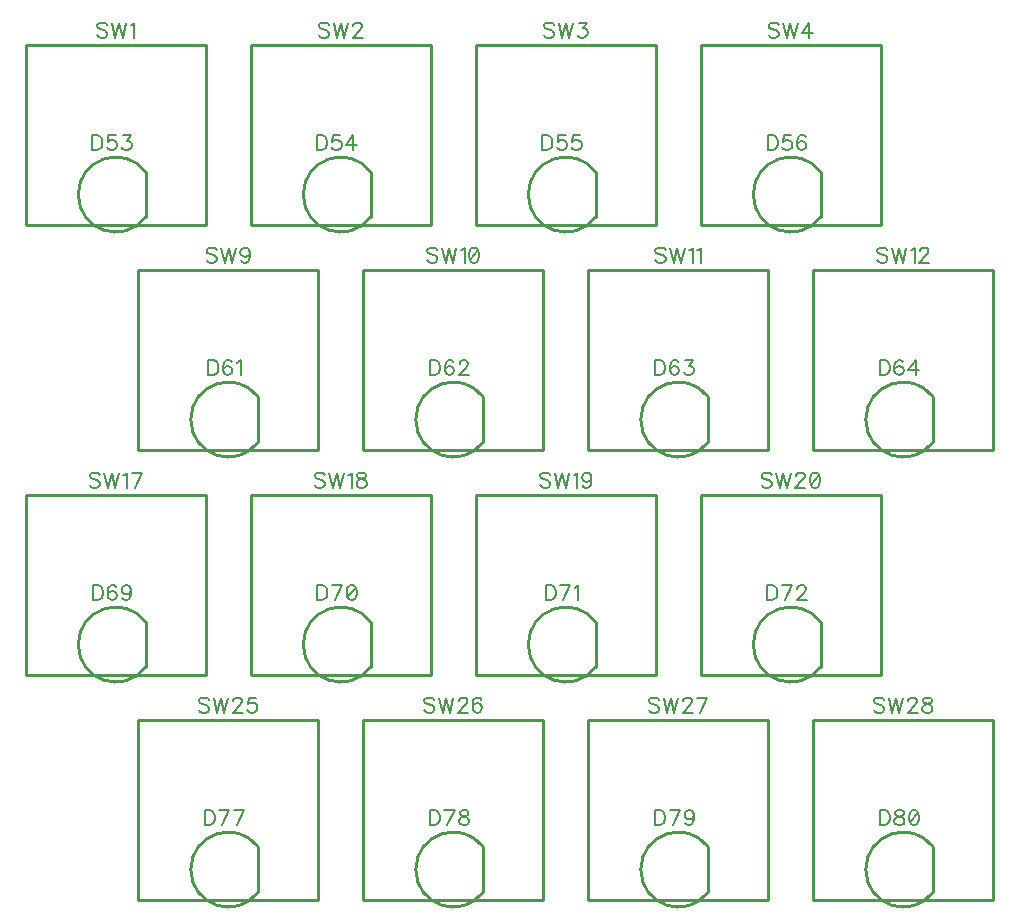
<source format=gto>
G04 DipTrace 2.2.0.9*
%INTopSilk.gbr*%
%MOIN*%
%ADD10C,0.0098*%
%ADD40C,0.0077*%
%FSLAX44Y44*%
%SFA1B1*%
%OFA0B0*%
G04*
G70*
G90*
G75*
G01*
%LNTopSilk*%
%LPD*%
X4500Y24749D2*
D10*
Y23251D1*
X4498Y24752D2*
G03X4498Y23248I-998J-752D01*
G01*
X12000Y24749D2*
Y23251D1*
X11998Y24752D2*
G03X11998Y23248I-998J-752D01*
G01*
X19500Y24749D2*
Y23251D1*
X19498Y24752D2*
G03X19498Y23248I-998J-752D01*
G01*
X27000Y24749D2*
Y23251D1*
X26998Y24752D2*
G03X26998Y23248I-998J-752D01*
G01*
X8250Y17249D2*
Y15751D1*
X8248Y17252D2*
G03X8248Y15748I-998J-752D01*
G01*
X15750Y17249D2*
Y15751D1*
X15748Y17252D2*
G03X15748Y15748I-998J-752D01*
G01*
X23250Y17249D2*
Y15751D1*
X23248Y17252D2*
G03X23248Y15748I-998J-752D01*
G01*
X30750Y17249D2*
Y15751D1*
X30748Y17252D2*
G03X30748Y15748I-998J-752D01*
G01*
X4500Y9749D2*
Y8251D1*
X4498Y9752D2*
G03X4498Y8248I-998J-752D01*
G01*
X12000Y9749D2*
Y8251D1*
X11998Y9752D2*
G03X11998Y8248I-998J-752D01*
G01*
X19500Y9749D2*
Y8251D1*
X19498Y9752D2*
G03X19498Y8248I-998J-752D01*
G01*
X27000Y9749D2*
Y8251D1*
X26998Y9752D2*
G03X26998Y8248I-998J-752D01*
G01*
X8250Y2249D2*
Y751D1*
X8248Y2252D2*
G03X8248Y748I-998J-752D01*
G01*
X15750Y2249D2*
Y751D1*
X15748Y2252D2*
G03X15748Y748I-998J-752D01*
G01*
X23250Y2249D2*
Y751D1*
X23248Y2252D2*
G03X23248Y748I-998J-752D01*
G01*
X30750Y2249D2*
Y751D1*
X30748Y2252D2*
G03X30748Y748I-998J-752D01*
G01*
X500Y29000D2*
Y23000D1*
X6500D1*
Y29000D1*
X500D1*
X8000D2*
Y23000D1*
X14000D1*
Y29000D1*
X8000D1*
X15500D2*
Y23000D1*
X21500D1*
Y29000D1*
X15500D1*
X23000D2*
Y23000D1*
X29000D1*
Y29000D1*
X23000D1*
X4250Y21500D2*
Y15500D1*
X10250D1*
Y21500D1*
X4250D1*
X11750D2*
Y15500D1*
X17750D1*
Y21500D1*
X11750D1*
X19250D2*
Y15500D1*
X25250D1*
Y21500D1*
X19250D1*
X26750D2*
Y15500D1*
X32750D1*
Y21500D1*
X26750D1*
X500Y14000D2*
Y8000D1*
X6500D1*
Y14000D1*
X500D1*
X8000D2*
Y8000D1*
X14000D1*
Y14000D1*
X8000D1*
X15500D2*
Y8000D1*
X21500D1*
Y14000D1*
X15500D1*
X23000D2*
Y8000D1*
X29000D1*
Y14000D1*
X23000D1*
X4250Y6500D2*
Y500D1*
X10250D1*
Y6500D1*
X4250D1*
X11750D2*
Y500D1*
X17750D1*
Y6500D1*
X11750D1*
X19250D2*
Y500D1*
X25250D1*
Y6500D1*
X19250D1*
X26750D2*
Y500D1*
X32750D1*
Y6500D1*
X26750D1*
X2718Y25982D2*
D40*
Y25480D1*
D2*
X2886D1*
D2*
X2957Y25504D1*
D2*
X3006Y25551D1*
D2*
X3029Y25600D1*
D2*
X3053Y25671D1*
D2*
Y25791D1*
D2*
X3029Y25863D1*
D2*
X3006Y25910D1*
D2*
X2957Y25958D1*
D2*
X2886Y25982D1*
D2*
X2718D1*
X3494Y25981D2*
X3256D1*
D2*
X3232Y25766D1*
D2*
X3256Y25790D1*
D2*
X3327Y25815D1*
D2*
X3399D1*
D2*
X3471Y25790D1*
D2*
X3519Y25743D1*
D2*
X3542Y25671D1*
D2*
Y25623D1*
D2*
X3519Y25551D1*
D2*
X3471Y25503D1*
D2*
X3399Y25480D1*
D2*
X3327D1*
D2*
X3256Y25503D1*
D2*
X3232Y25528D1*
D2*
X3207Y25575D1*
X3745Y25981D2*
X4007D1*
D2*
X3864Y25790D1*
D2*
X3936D1*
D2*
X3984Y25766D1*
D2*
X4007Y25743D1*
D2*
X4032Y25671D1*
D2*
Y25623D1*
D2*
X4007Y25551D1*
D2*
X3960Y25503D1*
D2*
X3888Y25480D1*
D2*
X3816D1*
D2*
X3745Y25503D1*
D2*
X3721Y25528D1*
D2*
X3697Y25575D1*
X10206Y25982D2*
Y25480D1*
D2*
X10374D1*
D2*
X10446Y25504D1*
D2*
X10494Y25551D1*
D2*
X10517Y25600D1*
D2*
X10541Y25671D1*
D2*
Y25791D1*
D2*
X10517Y25863D1*
D2*
X10494Y25910D1*
D2*
X10446Y25958D1*
D2*
X10374Y25982D1*
D2*
X10206D1*
X10982Y25981D2*
X10744D1*
D2*
X10720Y25766D1*
D2*
X10744Y25790D1*
D2*
X10816Y25815D1*
D2*
X10887D1*
D2*
X10959Y25790D1*
D2*
X11007Y25743D1*
D2*
X11031Y25671D1*
D2*
Y25623D1*
D2*
X11007Y25551D1*
D2*
X10959Y25503D1*
D2*
X10887Y25480D1*
D2*
X10816D1*
D2*
X10744Y25503D1*
D2*
X10720Y25528D1*
D2*
X10696Y25575D1*
X11424Y25480D2*
Y25981D1*
D2*
X11185Y25647D1*
D2*
X11544D1*
X17718Y25982D2*
Y25480D1*
D2*
X17886D1*
D2*
X17957Y25504D1*
D2*
X18006Y25551D1*
D2*
X18029Y25600D1*
D2*
X18053Y25671D1*
D2*
Y25791D1*
D2*
X18029Y25863D1*
D2*
X18006Y25910D1*
D2*
X17957Y25958D1*
D2*
X17886Y25982D1*
D2*
X17718D1*
X18494Y25981D2*
X18256D1*
D2*
X18232Y25766D1*
D2*
X18256Y25790D1*
D2*
X18327Y25815D1*
D2*
X18399D1*
D2*
X18471Y25790D1*
D2*
X18519Y25743D1*
D2*
X18542Y25671D1*
D2*
Y25623D1*
D2*
X18519Y25551D1*
D2*
X18471Y25503D1*
D2*
X18399Y25480D1*
D2*
X18327D1*
D2*
X18256Y25503D1*
D2*
X18232Y25528D1*
D2*
X18207Y25575D1*
X18984Y25981D2*
X18745D1*
D2*
X18721Y25766D1*
D2*
X18745Y25790D1*
D2*
X18817Y25815D1*
D2*
X18888D1*
D2*
X18960Y25790D1*
D2*
X19008Y25743D1*
D2*
X19032Y25671D1*
D2*
Y25623D1*
D2*
X19008Y25551D1*
D2*
X18960Y25503D1*
D2*
X18888Y25480D1*
D2*
X18817D1*
D2*
X18745Y25503D1*
D2*
X18721Y25528D1*
D2*
X18697Y25575D1*
X25230Y25982D2*
Y25480D1*
D2*
X25398D1*
D2*
X25470Y25504D1*
D2*
X25518Y25551D1*
D2*
X25541Y25600D1*
D2*
X25565Y25671D1*
D2*
Y25791D1*
D2*
X25541Y25863D1*
D2*
X25518Y25910D1*
D2*
X25470Y25958D1*
D2*
X25398Y25982D1*
D2*
X25230D1*
X26006Y25981D2*
X25768D1*
D2*
X25744Y25766D1*
D2*
X25768Y25790D1*
D2*
X25840Y25815D1*
D2*
X25911D1*
D2*
X25983Y25790D1*
D2*
X26031Y25743D1*
D2*
X26055Y25671D1*
D2*
Y25623D1*
D2*
X26031Y25551D1*
D2*
X25983Y25503D1*
D2*
X25911Y25480D1*
D2*
X25840D1*
D2*
X25768Y25503D1*
D2*
X25744Y25528D1*
D2*
X25720Y25575D1*
X26496Y25910D2*
X26472Y25958D1*
D2*
X26400Y25981D1*
D2*
X26353D1*
D2*
X26281Y25958D1*
D2*
X26233Y25886D1*
D2*
X26209Y25766D1*
D2*
Y25647D1*
D2*
X26233Y25551D1*
D2*
X26281Y25503D1*
D2*
X26353Y25480D1*
D2*
X26376D1*
D2*
X26448Y25503D1*
D2*
X26496Y25551D1*
D2*
X26520Y25623D1*
D2*
Y25647D1*
D2*
X26496Y25719D1*
D2*
X26448Y25766D1*
D2*
X26376Y25790D1*
D2*
X26353D1*
D2*
X26281Y25766D1*
D2*
X26233Y25719D1*
D2*
X26209Y25647D1*
X6588Y18482D2*
Y17980D1*
D2*
X6755D1*
D2*
X6827Y18004D1*
D2*
X6875Y18051D1*
D2*
X6899Y18100D1*
D2*
X6923Y18171D1*
D2*
Y18291D1*
D2*
X6899Y18363D1*
D2*
X6875Y18410D1*
D2*
X6827Y18458D1*
D2*
X6755Y18482D1*
D2*
X6588D1*
X7364Y18410D2*
X7340Y18458D1*
D2*
X7268Y18481D1*
D2*
X7221D1*
D2*
X7149Y18458D1*
D2*
X7101Y18386D1*
D2*
X7077Y18266D1*
D2*
Y18147D1*
D2*
X7101Y18051D1*
D2*
X7149Y18003D1*
D2*
X7221Y17980D1*
D2*
X7245D1*
D2*
X7316Y18003D1*
D2*
X7364Y18051D1*
D2*
X7388Y18123D1*
D2*
Y18147D1*
D2*
X7364Y18219D1*
D2*
X7316Y18266D1*
D2*
X7245Y18290D1*
D2*
X7221D1*
D2*
X7149Y18266D1*
D2*
X7101Y18219D1*
D2*
X7077Y18147D1*
X7542Y18386D2*
X7590Y18410D1*
D2*
X7662Y18481D1*
D2*
Y17980D1*
X13980Y18482D2*
Y17980D1*
D2*
X14148D1*
D2*
X14220Y18004D1*
D2*
X14268Y18051D1*
D2*
X14291Y18100D1*
D2*
X14315Y18171D1*
D2*
Y18291D1*
D2*
X14291Y18363D1*
D2*
X14268Y18410D1*
D2*
X14220Y18458D1*
D2*
X14148Y18482D1*
D2*
X13980D1*
X14756Y18410D2*
X14733Y18458D1*
D2*
X14661Y18481D1*
D2*
X14613D1*
D2*
X14541Y18458D1*
D2*
X14493Y18386D1*
D2*
X14470Y18266D1*
D2*
Y18147D1*
D2*
X14493Y18051D1*
D2*
X14541Y18003D1*
D2*
X14613Y17980D1*
D2*
X14637D1*
D2*
X14708Y18003D1*
D2*
X14756Y18051D1*
D2*
X14780Y18123D1*
D2*
Y18147D1*
D2*
X14756Y18219D1*
D2*
X14708Y18266D1*
D2*
X14637Y18290D1*
D2*
X14613D1*
D2*
X14541Y18266D1*
D2*
X14493Y18219D1*
D2*
X14470Y18147D1*
X14959Y18362D2*
Y18386D1*
D2*
X14983Y18434D1*
D2*
X15006Y18458D1*
D2*
X15055Y18481D1*
D2*
X15150D1*
D2*
X15198Y18458D1*
D2*
X15221Y18434D1*
D2*
X15246Y18386D1*
D2*
Y18338D1*
D2*
X15221Y18290D1*
D2*
X15174Y18219D1*
D2*
X14935Y17980D1*
D2*
X15270D1*
X21480Y18482D2*
Y17980D1*
D2*
X21648D1*
D2*
X21720Y18004D1*
D2*
X21768Y18051D1*
D2*
X21791Y18100D1*
D2*
X21815Y18171D1*
D2*
Y18291D1*
D2*
X21791Y18363D1*
D2*
X21768Y18410D1*
D2*
X21720Y18458D1*
D2*
X21648Y18482D1*
D2*
X21480D1*
X22256Y18410D2*
X22233Y18458D1*
D2*
X22161Y18481D1*
D2*
X22113D1*
D2*
X22041Y18458D1*
D2*
X21993Y18386D1*
D2*
X21970Y18266D1*
D2*
Y18147D1*
D2*
X21993Y18051D1*
D2*
X22041Y18003D1*
D2*
X22113Y17980D1*
D2*
X22137D1*
D2*
X22208Y18003D1*
D2*
X22256Y18051D1*
D2*
X22280Y18123D1*
D2*
Y18147D1*
D2*
X22256Y18219D1*
D2*
X22208Y18266D1*
D2*
X22137Y18290D1*
D2*
X22113D1*
D2*
X22041Y18266D1*
D2*
X21993Y18219D1*
D2*
X21970Y18147D1*
X22483Y18481D2*
X22745D1*
D2*
X22602Y18290D1*
D2*
X22674D1*
D2*
X22721Y18266D1*
D2*
X22745Y18243D1*
D2*
X22770Y18171D1*
D2*
Y18123D1*
D2*
X22745Y18051D1*
D2*
X22698Y18003D1*
D2*
X22626Y17980D1*
D2*
X22554D1*
D2*
X22483Y18003D1*
D2*
X22459Y18028D1*
D2*
X22435Y18075D1*
X28968Y18482D2*
Y17980D1*
D2*
X29136D1*
D2*
X29208Y18004D1*
D2*
X29256Y18051D1*
D2*
X29280Y18100D1*
D2*
X29303Y18171D1*
D2*
Y18291D1*
D2*
X29280Y18363D1*
D2*
X29256Y18410D1*
D2*
X29208Y18458D1*
D2*
X29136Y18482D1*
D2*
X28968D1*
X29745Y18410D2*
X29721Y18458D1*
D2*
X29649Y18481D1*
D2*
X29601D1*
D2*
X29530Y18458D1*
D2*
X29482Y18386D1*
D2*
X29458Y18266D1*
D2*
Y18147D1*
D2*
X29482Y18051D1*
D2*
X29530Y18003D1*
D2*
X29601Y17980D1*
D2*
X29625D1*
D2*
X29697Y18003D1*
D2*
X29745Y18051D1*
D2*
X29768Y18123D1*
D2*
Y18147D1*
D2*
X29745Y18219D1*
D2*
X29697Y18266D1*
D2*
X29625Y18290D1*
D2*
X29601D1*
D2*
X29530Y18266D1*
D2*
X29482Y18219D1*
D2*
X29458Y18147D1*
X30162Y17980D2*
Y18481D1*
D2*
X29923Y18147D1*
D2*
X30281D1*
X2742Y10982D2*
Y10480D1*
D2*
X2910D1*
D2*
X2982Y10504D1*
D2*
X3030Y10551D1*
D2*
X3053Y10600D1*
D2*
X3077Y10671D1*
D2*
Y10791D1*
D2*
X3053Y10863D1*
D2*
X3030Y10910D1*
D2*
X2982Y10958D1*
D2*
X2910Y10982D1*
D2*
X2742D1*
X3518Y10910D2*
X3495Y10958D1*
D2*
X3423Y10981D1*
D2*
X3375D1*
D2*
X3303Y10958D1*
D2*
X3255Y10886D1*
D2*
X3232Y10766D1*
D2*
Y10647D1*
D2*
X3255Y10551D1*
D2*
X3303Y10503D1*
D2*
X3375Y10480D1*
D2*
X3399D1*
D2*
X3470Y10503D1*
D2*
X3518Y10551D1*
D2*
X3542Y10623D1*
D2*
Y10647D1*
D2*
X3518Y10719D1*
D2*
X3470Y10766D1*
D2*
X3399Y10790D1*
D2*
X3375D1*
D2*
X3303Y10766D1*
D2*
X3255Y10719D1*
D2*
X3232Y10647D1*
X4008Y10815D2*
X3983Y10743D1*
D2*
X3936Y10695D1*
D2*
X3864Y10671D1*
D2*
X3840D1*
D2*
X3768Y10695D1*
D2*
X3721Y10743D1*
D2*
X3697Y10815D1*
D2*
Y10838D1*
D2*
X3721Y10910D1*
D2*
X3768Y10958D1*
D2*
X3840Y10981D1*
D2*
X3864D1*
D2*
X3936Y10958D1*
D2*
X3983Y10910D1*
D2*
X4008Y10815D1*
D2*
Y10695D1*
D2*
X3983Y10575D1*
D2*
X3936Y10503D1*
D2*
X3864Y10480D1*
D2*
X3816D1*
D2*
X3745Y10503D1*
D2*
X3721Y10551D1*
X10218Y10982D2*
Y10480D1*
D2*
X10386D1*
D2*
X10457Y10504D1*
D2*
X10506Y10551D1*
D2*
X10529Y10600D1*
D2*
X10553Y10671D1*
D2*
Y10791D1*
D2*
X10529Y10863D1*
D2*
X10506Y10910D1*
D2*
X10457Y10958D1*
D2*
X10386Y10982D1*
D2*
X10218D1*
X10803Y10480D2*
X11042Y10981D1*
D2*
X10707D1*
X11340D2*
X11269Y10958D1*
D2*
X11221Y10886D1*
D2*
X11197Y10766D1*
D2*
Y10695D1*
D2*
X11221Y10575D1*
D2*
X11269Y10503D1*
D2*
X11340Y10480D1*
D2*
X11388D1*
D2*
X11460Y10503D1*
D2*
X11507Y10575D1*
D2*
X11532Y10695D1*
D2*
Y10766D1*
D2*
X11507Y10886D1*
D2*
X11460Y10958D1*
D2*
X11388Y10981D1*
D2*
X11340D1*
X11507Y10886D2*
X11221Y10575D1*
X17826Y10982D2*
Y10480D1*
D2*
X17993D1*
D2*
X18065Y10504D1*
D2*
X18113Y10551D1*
D2*
X18137Y10600D1*
D2*
X18161Y10671D1*
D2*
Y10791D1*
D2*
X18137Y10863D1*
D2*
X18113Y10910D1*
D2*
X18065Y10958D1*
D2*
X17993Y10982D1*
D2*
X17826D1*
X18411Y10480D2*
X18650Y10981D1*
D2*
X18315D1*
X18804Y10886D2*
X18852Y10910D1*
D2*
X18924Y10981D1*
D2*
Y10480D1*
X25218Y10982D2*
Y10480D1*
D2*
X25386D1*
D2*
X25457Y10504D1*
D2*
X25506Y10551D1*
D2*
X25529Y10600D1*
D2*
X25553Y10671D1*
D2*
Y10791D1*
D2*
X25529Y10863D1*
D2*
X25506Y10910D1*
D2*
X25457Y10958D1*
D2*
X25386Y10982D1*
D2*
X25218D1*
X25803Y10480D2*
X26042Y10981D1*
D2*
X25707D1*
X26221Y10862D2*
Y10886D1*
D2*
X26245Y10934D1*
D2*
X26269Y10958D1*
D2*
X26317Y10981D1*
D2*
X26412D1*
D2*
X26460Y10958D1*
D2*
X26484Y10934D1*
D2*
X26508Y10886D1*
D2*
Y10838D1*
D2*
X26484Y10790D1*
D2*
X26436Y10719D1*
D2*
X26197Y10480D1*
D2*
X26532D1*
X6468Y3482D2*
Y2980D1*
D2*
X6636D1*
D2*
X6707Y3004D1*
D2*
X6756Y3051D1*
D2*
X6779Y3100D1*
D2*
X6803Y3171D1*
D2*
Y3291D1*
D2*
X6779Y3363D1*
D2*
X6756Y3410D1*
D2*
X6707Y3458D1*
D2*
X6636Y3482D1*
D2*
X6468D1*
X7053Y2980D2*
X7292Y3481D1*
D2*
X6957D1*
X7542Y2980D2*
X7782Y3481D1*
D2*
X7447D1*
X13968Y3482D2*
Y2980D1*
D2*
X14136D1*
D2*
X14208Y3004D1*
D2*
X14256Y3051D1*
D2*
X14280Y3100D1*
D2*
X14303Y3171D1*
D2*
Y3291D1*
D2*
X14280Y3363D1*
D2*
X14256Y3410D1*
D2*
X14208Y3458D1*
D2*
X14136Y3482D1*
D2*
X13968D1*
X14553Y2980D2*
X14793Y3481D1*
D2*
X14458D1*
X15066D2*
X14995Y3458D1*
D2*
X14971Y3410D1*
D2*
Y3362D1*
D2*
X14995Y3315D1*
D2*
X15043Y3290D1*
D2*
X15138Y3266D1*
D2*
X15210Y3243D1*
D2*
X15258Y3195D1*
D2*
X15281Y3147D1*
D2*
Y3075D1*
D2*
X15258Y3028D1*
D2*
X15234Y3003D1*
D2*
X15162Y2980D1*
D2*
X15066D1*
D2*
X14995Y3003D1*
D2*
X14971Y3028D1*
D2*
X14947Y3075D1*
D2*
Y3147D1*
D2*
X14971Y3195D1*
D2*
X15019Y3243D1*
D2*
X15090Y3266D1*
D2*
X15186Y3290D1*
D2*
X15234Y3315D1*
D2*
X15258Y3362D1*
D2*
Y3410D1*
D2*
X15234Y3458D1*
D2*
X15162Y3481D1*
D2*
X15066D1*
X21480Y3482D2*
Y2980D1*
D2*
X21647D1*
D2*
X21719Y3004D1*
D2*
X21767Y3051D1*
D2*
X21791Y3100D1*
D2*
X21815Y3171D1*
D2*
Y3291D1*
D2*
X21791Y3363D1*
D2*
X21767Y3410D1*
D2*
X21719Y3458D1*
D2*
X21647Y3482D1*
D2*
X21480D1*
X22065Y2980D2*
X22304Y3481D1*
D2*
X21969D1*
X22770Y3315D2*
X22746Y3243D1*
D2*
X22698Y3195D1*
D2*
X22626Y3171D1*
D2*
X22602D1*
D2*
X22531Y3195D1*
D2*
X22483Y3243D1*
D2*
X22459Y3315D1*
D2*
Y3338D1*
D2*
X22483Y3410D1*
D2*
X22531Y3458D1*
D2*
X22602Y3481D1*
D2*
X22626D1*
D2*
X22698Y3458D1*
D2*
X22746Y3410D1*
D2*
X22770Y3315D1*
D2*
Y3195D1*
D2*
X22746Y3075D1*
D2*
X22698Y3003D1*
D2*
X22626Y2980D1*
D2*
X22579D1*
D2*
X22507Y3003D1*
D2*
X22483Y3051D1*
X28968Y3482D2*
Y2980D1*
D2*
X29136D1*
D2*
X29208Y3004D1*
D2*
X29256Y3051D1*
D2*
X29280Y3100D1*
D2*
X29303Y3171D1*
D2*
Y3291D1*
D2*
X29280Y3363D1*
D2*
X29256Y3410D1*
D2*
X29208Y3458D1*
D2*
X29136Y3482D1*
D2*
X28968D1*
X29577Y3481D2*
X29506Y3458D1*
D2*
X29482Y3410D1*
D2*
Y3362D1*
D2*
X29506Y3315D1*
D2*
X29553Y3290D1*
D2*
X29649Y3266D1*
D2*
X29721Y3243D1*
D2*
X29768Y3195D1*
D2*
X29792Y3147D1*
D2*
Y3075D1*
D2*
X29768Y3028D1*
D2*
X29745Y3003D1*
D2*
X29673Y2980D1*
D2*
X29577D1*
D2*
X29506Y3003D1*
D2*
X29482Y3028D1*
D2*
X29458Y3075D1*
D2*
Y3147D1*
D2*
X29482Y3195D1*
D2*
X29530Y3243D1*
D2*
X29601Y3266D1*
D2*
X29697Y3290D1*
D2*
X29745Y3315D1*
D2*
X29768Y3362D1*
D2*
Y3410D1*
D2*
X29745Y3458D1*
D2*
X29673Y3481D1*
D2*
X29577D1*
X30090D2*
X30018Y3458D1*
D2*
X29970Y3386D1*
D2*
X29947Y3266D1*
D2*
Y3195D1*
D2*
X29970Y3075D1*
D2*
X30018Y3003D1*
D2*
X30090Y2980D1*
D2*
X30138D1*
D2*
X30210Y3003D1*
D2*
X30257Y3075D1*
D2*
X30281Y3195D1*
D2*
Y3266D1*
D2*
X30257Y3386D1*
D2*
X30210Y3458D1*
D2*
X30138Y3481D1*
D2*
X30090D1*
X30257Y3386D2*
X29970Y3075D1*
X3214Y29660D2*
X3166Y29708D1*
D2*
X3094Y29732D1*
D2*
X2999D1*
D2*
X2927Y29708D1*
D2*
X2879Y29660D1*
D2*
Y29613D1*
D2*
X2903Y29565D1*
D2*
X2927Y29541D1*
D2*
X2974Y29517D1*
D2*
X3118Y29469D1*
D2*
X3166Y29445D1*
D2*
X3190Y29421D1*
D2*
X3214Y29374D1*
D2*
Y29302D1*
D2*
X3166Y29254D1*
D2*
X3094Y29230D1*
D2*
X2999D1*
D2*
X2927Y29254D1*
D2*
X2879Y29302D1*
X3368Y29732D2*
X3488Y29230D1*
D2*
X3607Y29732D1*
D2*
X3727Y29230D1*
D2*
X3847Y29732D1*
X4001Y29636D2*
X4049Y29660D1*
D2*
X4121Y29732D1*
D2*
Y29230D1*
X10606Y29660D2*
X10559Y29708D1*
D2*
X10487Y29732D1*
D2*
X10391D1*
D2*
X10319Y29708D1*
D2*
X10271Y29660D1*
D2*
Y29613D1*
D2*
X10296Y29565D1*
D2*
X10319Y29541D1*
D2*
X10367Y29517D1*
D2*
X10511Y29469D1*
D2*
X10559Y29445D1*
D2*
X10583Y29421D1*
D2*
X10606Y29374D1*
D2*
Y29302D1*
D2*
X10559Y29254D1*
D2*
X10487Y29230D1*
D2*
X10391D1*
D2*
X10319Y29254D1*
D2*
X10271Y29302D1*
X10761Y29732D2*
X10881Y29230D1*
D2*
X11000Y29732D1*
D2*
X11119Y29230D1*
D2*
X11239Y29732D1*
X11418Y29612D2*
Y29636D1*
D2*
X11442Y29684D1*
D2*
X11466Y29708D1*
D2*
X11514Y29732D1*
D2*
X11609D1*
D2*
X11657Y29708D1*
D2*
X11681Y29684D1*
D2*
X11705Y29636D1*
D2*
Y29589D1*
D2*
X11681Y29540D1*
D2*
X11633Y29469D1*
D2*
X11394Y29230D1*
D2*
X11729D1*
X18106Y29660D2*
X18059Y29708D1*
D2*
X17987Y29732D1*
D2*
X17891D1*
D2*
X17819Y29708D1*
D2*
X17771Y29660D1*
D2*
Y29613D1*
D2*
X17796Y29565D1*
D2*
X17819Y29541D1*
D2*
X17867Y29517D1*
D2*
X18011Y29469D1*
D2*
X18059Y29445D1*
D2*
X18083Y29421D1*
D2*
X18106Y29374D1*
D2*
Y29302D1*
D2*
X18059Y29254D1*
D2*
X17987Y29230D1*
D2*
X17891D1*
D2*
X17819Y29254D1*
D2*
X17771Y29302D1*
X18261Y29732D2*
X18381Y29230D1*
D2*
X18500Y29732D1*
D2*
X18619Y29230D1*
D2*
X18739Y29732D1*
X18942D2*
X19204D1*
D2*
X19061Y29540D1*
D2*
X19133D1*
D2*
X19181Y29517D1*
D2*
X19204Y29493D1*
D2*
X19229Y29421D1*
D2*
Y29374D1*
D2*
X19204Y29302D1*
D2*
X19157Y29254D1*
D2*
X19085Y29230D1*
D2*
X19013D1*
D2*
X18942Y29254D1*
D2*
X18918Y29278D1*
D2*
X18894Y29325D1*
X25594Y29660D2*
X25547Y29708D1*
D2*
X25475Y29732D1*
D2*
X25379D1*
D2*
X25308Y29708D1*
D2*
X25259Y29660D1*
D2*
Y29613D1*
D2*
X25284Y29565D1*
D2*
X25308Y29541D1*
D2*
X25355Y29517D1*
D2*
X25499Y29469D1*
D2*
X25547Y29445D1*
D2*
X25571Y29421D1*
D2*
X25594Y29374D1*
D2*
Y29302D1*
D2*
X25547Y29254D1*
D2*
X25475Y29230D1*
D2*
X25379D1*
D2*
X25308Y29254D1*
D2*
X25259Y29302D1*
X25749Y29732D2*
X25869Y29230D1*
D2*
X25988Y29732D1*
D2*
X26107Y29230D1*
D2*
X26227Y29732D1*
X26621Y29230D2*
Y29732D1*
D2*
X26382Y29397D1*
D2*
X26741D1*
X6868Y22160D2*
X6821Y22208D1*
D2*
X6749Y22232D1*
D2*
X6653D1*
D2*
X6581Y22208D1*
D2*
X6533Y22160D1*
D2*
Y22113D1*
D2*
X6558Y22065D1*
D2*
X6581Y22041D1*
D2*
X6629Y22017D1*
D2*
X6773Y21969D1*
D2*
X6821Y21945D1*
D2*
X6844Y21921D1*
D2*
X6868Y21874D1*
D2*
Y21802D1*
D2*
X6821Y21754D1*
D2*
X6749Y21730D1*
D2*
X6653D1*
D2*
X6581Y21754D1*
D2*
X6533Y21802D1*
X7023Y22232D2*
X7143Y21730D1*
D2*
X7262Y22232D1*
D2*
X7381Y21730D1*
D2*
X7501Y22232D1*
X7967Y22065D2*
X7942Y21993D1*
D2*
X7895Y21945D1*
D2*
X7823Y21921D1*
D2*
X7799D1*
D2*
X7727Y21945D1*
D2*
X7680Y21993D1*
D2*
X7656Y22065D1*
D2*
Y22089D1*
D2*
X7680Y22160D1*
D2*
X7727Y22208D1*
D2*
X7799Y22232D1*
D2*
X7823D1*
D2*
X7895Y22208D1*
D2*
X7942Y22160D1*
D2*
X7967Y22065D1*
D2*
Y21945D1*
D2*
X7942Y21825D1*
D2*
X7895Y21754D1*
D2*
X7823Y21730D1*
D2*
X7776D1*
D2*
X7704Y21754D1*
D2*
X7680Y21802D1*
X14219Y22160D2*
X14172Y22208D1*
D2*
X14100Y22232D1*
D2*
X14004D1*
D2*
X13932Y22208D1*
D2*
X13884Y22160D1*
D2*
Y22113D1*
D2*
X13909Y22065D1*
D2*
X13932Y22041D1*
D2*
X13980Y22017D1*
D2*
X14124Y21969D1*
D2*
X14172Y21945D1*
D2*
X14195Y21921D1*
D2*
X14219Y21874D1*
D2*
Y21802D1*
D2*
X14172Y21754D1*
D2*
X14100Y21730D1*
D2*
X14004D1*
D2*
X13932Y21754D1*
D2*
X13884Y21802D1*
X14374Y22232D2*
X14493Y21730D1*
D2*
X14613Y22232D1*
D2*
X14732Y21730D1*
D2*
X14852Y22232D1*
X15007Y22136D2*
X15055Y22160D1*
D2*
X15126Y22232D1*
D2*
Y21730D1*
X15425Y22232D2*
X15353Y22208D1*
D2*
X15305Y22136D1*
D2*
X15281Y22017D1*
D2*
Y21945D1*
D2*
X15305Y21825D1*
D2*
X15353Y21754D1*
D2*
X15425Y21730D1*
D2*
X15472D1*
D2*
X15544Y21754D1*
D2*
X15591Y21825D1*
D2*
X15616Y21945D1*
D2*
Y22017D1*
D2*
X15591Y22136D1*
D2*
X15544Y22208D1*
D2*
X15472Y22232D1*
D2*
X15425D1*
X15591Y22136D2*
X15305Y21825D1*
X21827Y22160D2*
X21779Y22208D1*
D2*
X21707Y22232D1*
D2*
X21612D1*
D2*
X21540Y22208D1*
D2*
X21492Y22160D1*
D2*
Y22113D1*
D2*
X21516Y22065D1*
D2*
X21540Y22041D1*
D2*
X21587Y22017D1*
D2*
X21731Y21969D1*
D2*
X21779Y21945D1*
D2*
X21803Y21921D1*
D2*
X21827Y21874D1*
D2*
Y21802D1*
D2*
X21779Y21754D1*
D2*
X21707Y21730D1*
D2*
X21612D1*
D2*
X21540Y21754D1*
D2*
X21492Y21802D1*
X21981Y22232D2*
X22101Y21730D1*
D2*
X22220Y22232D1*
D2*
X22340Y21730D1*
D2*
X22460Y22232D1*
X22614Y22136D2*
X22662Y22160D1*
D2*
X22734Y22232D1*
D2*
Y21730D1*
X22888Y22136D2*
X22936Y22160D1*
D2*
X23008Y22232D1*
D2*
Y21730D1*
X29219Y22160D2*
X29172Y22208D1*
D2*
X29100Y22232D1*
D2*
X29004D1*
D2*
X28932Y22208D1*
D2*
X28884Y22160D1*
D2*
Y22113D1*
D2*
X28909Y22065D1*
D2*
X28932Y22041D1*
D2*
X28980Y22017D1*
D2*
X29124Y21969D1*
D2*
X29172Y21945D1*
D2*
X29195Y21921D1*
D2*
X29219Y21874D1*
D2*
Y21802D1*
D2*
X29172Y21754D1*
D2*
X29100Y21730D1*
D2*
X29004D1*
D2*
X28932Y21754D1*
D2*
X28884Y21802D1*
X29374Y22232D2*
X29493Y21730D1*
D2*
X29613Y22232D1*
D2*
X29732Y21730D1*
D2*
X29852Y22232D1*
X30007Y22136D2*
X30055Y22160D1*
D2*
X30126Y22232D1*
D2*
Y21730D1*
X30305Y22112D2*
Y22136D1*
D2*
X30329Y22184D1*
D2*
X30353Y22208D1*
D2*
X30401Y22232D1*
D2*
X30496D1*
D2*
X30544Y22208D1*
D2*
X30568Y22184D1*
D2*
X30592Y22136D1*
D2*
Y22089D1*
D2*
X30568Y22040D1*
D2*
X30520Y21969D1*
D2*
X30281Y21730D1*
D2*
X30616D1*
X2969Y14660D2*
X2922Y14708D1*
D2*
X2850Y14732D1*
D2*
X2754D1*
D2*
X2682Y14708D1*
D2*
X2634Y14660D1*
D2*
Y14613D1*
D2*
X2659Y14565D1*
D2*
X2682Y14541D1*
D2*
X2730Y14517D1*
D2*
X2874Y14469D1*
D2*
X2922Y14445D1*
D2*
X2945Y14421D1*
D2*
X2969Y14374D1*
D2*
Y14302D1*
D2*
X2922Y14254D1*
D2*
X2850Y14230D1*
D2*
X2754D1*
D2*
X2682Y14254D1*
D2*
X2634Y14302D1*
X3124Y14732D2*
X3243Y14230D1*
D2*
X3363Y14732D1*
D2*
X3482Y14230D1*
D2*
X3602Y14732D1*
X3757Y14636D2*
X3805Y14660D1*
D2*
X3876Y14732D1*
D2*
Y14230D1*
X4126D2*
X4366Y14732D1*
D2*
X4031D1*
X10469Y14660D2*
X10422Y14708D1*
D2*
X10350Y14732D1*
D2*
X10254D1*
D2*
X10183Y14708D1*
D2*
X10134Y14660D1*
D2*
Y14613D1*
D2*
X10159Y14565D1*
D2*
X10183Y14541D1*
D2*
X10230Y14517D1*
D2*
X10374Y14469D1*
D2*
X10422Y14445D1*
D2*
X10446Y14421D1*
D2*
X10469Y14374D1*
D2*
Y14302D1*
D2*
X10422Y14254D1*
D2*
X10350Y14230D1*
D2*
X10254D1*
D2*
X10183Y14254D1*
D2*
X10134Y14302D1*
X10624Y14732D2*
X10744Y14230D1*
D2*
X10863Y14732D1*
D2*
X10982Y14230D1*
D2*
X11102Y14732D1*
X11257Y14636D2*
X11305Y14660D1*
D2*
X11377Y14732D1*
D2*
Y14230D1*
X11651Y14732D2*
X11579Y14708D1*
D2*
X11555Y14660D1*
D2*
Y14612D1*
D2*
X11579Y14565D1*
D2*
X11627Y14540D1*
D2*
X11722Y14517D1*
D2*
X11794Y14493D1*
D2*
X11842Y14445D1*
D2*
X11866Y14397D1*
D2*
Y14325D1*
D2*
X11842Y14278D1*
D2*
X11818Y14254D1*
D2*
X11746Y14230D1*
D2*
X11651D1*
D2*
X11579Y14254D1*
D2*
X11555Y14278D1*
D2*
X11531Y14325D1*
D2*
Y14397D1*
D2*
X11555Y14445D1*
D2*
X11603Y14493D1*
D2*
X11674Y14517D1*
D2*
X11770Y14540D1*
D2*
X11818Y14565D1*
D2*
X11842Y14612D1*
D2*
Y14660D1*
D2*
X11818Y14708D1*
D2*
X11746Y14732D1*
D2*
X11651D1*
X17981Y14660D2*
X17933Y14708D1*
D2*
X17862Y14732D1*
D2*
X17766D1*
D2*
X17694Y14708D1*
D2*
X17646Y14660D1*
D2*
Y14613D1*
D2*
X17670Y14565D1*
D2*
X17694Y14541D1*
D2*
X17742Y14517D1*
D2*
X17885Y14469D1*
D2*
X17933Y14445D1*
D2*
X17957Y14421D1*
D2*
X17981Y14374D1*
D2*
Y14302D1*
D2*
X17933Y14254D1*
D2*
X17862Y14230D1*
D2*
X17766D1*
D2*
X17694Y14254D1*
D2*
X17646Y14302D1*
X18135Y14732D2*
X18255Y14230D1*
D2*
X18375Y14732D1*
D2*
X18494Y14230D1*
D2*
X18614Y14732D1*
X18768Y14636D2*
X18817Y14660D1*
D2*
X18888Y14732D1*
D2*
Y14230D1*
X19354Y14565D2*
X19330Y14493D1*
D2*
X19282Y14445D1*
D2*
X19210Y14421D1*
D2*
X19186D1*
D2*
X19115Y14445D1*
D2*
X19067Y14493D1*
D2*
X19043Y14565D1*
D2*
Y14589D1*
D2*
X19067Y14660D1*
D2*
X19115Y14708D1*
D2*
X19186Y14732D1*
D2*
X19210D1*
D2*
X19282Y14708D1*
D2*
X19330Y14660D1*
D2*
X19354Y14565D1*
D2*
Y14445D1*
D2*
X19330Y14325D1*
D2*
X19282Y14254D1*
D2*
X19210Y14230D1*
D2*
X19163D1*
D2*
X19091Y14254D1*
D2*
X19067Y14302D1*
X25362Y14660D2*
X25314Y14708D1*
D2*
X25242Y14732D1*
D2*
X25147D1*
D2*
X25075Y14708D1*
D2*
X25027Y14660D1*
D2*
Y14613D1*
D2*
X25051Y14565D1*
D2*
X25075Y14541D1*
D2*
X25122Y14517D1*
D2*
X25266Y14469D1*
D2*
X25314Y14445D1*
D2*
X25338Y14421D1*
D2*
X25362Y14374D1*
D2*
Y14302D1*
D2*
X25314Y14254D1*
D2*
X25242Y14230D1*
D2*
X25147D1*
D2*
X25075Y14254D1*
D2*
X25027Y14302D1*
X25516Y14732D2*
X25636Y14230D1*
D2*
X25755Y14732D1*
D2*
X25875Y14230D1*
D2*
X25995Y14732D1*
X26173Y14612D2*
Y14636D1*
D2*
X26197Y14684D1*
D2*
X26221Y14708D1*
D2*
X26269Y14732D1*
D2*
X26365D1*
D2*
X26412Y14708D1*
D2*
X26436Y14684D1*
D2*
X26460Y14636D1*
D2*
Y14589D1*
D2*
X26436Y14540D1*
D2*
X26388Y14469D1*
D2*
X26149Y14230D1*
D2*
X26484D1*
X26782Y14732D2*
X26710Y14708D1*
D2*
X26662Y14636D1*
D2*
X26638Y14517D1*
D2*
Y14445D1*
D2*
X26662Y14325D1*
D2*
X26710Y14254D1*
D2*
X26782Y14230D1*
D2*
X26830D1*
D2*
X26901Y14254D1*
D2*
X26949Y14325D1*
D2*
X26973Y14445D1*
D2*
Y14517D1*
D2*
X26949Y14636D1*
D2*
X26901Y14708D1*
D2*
X26830Y14732D1*
D2*
X26782D1*
X26949Y14636D2*
X26662Y14325D1*
X6612Y7160D2*
X6564Y7208D1*
D2*
X6492Y7232D1*
D2*
X6397D1*
D2*
X6325Y7208D1*
D2*
X6277Y7160D1*
D2*
Y7113D1*
D2*
X6301Y7065D1*
D2*
X6325Y7041D1*
D2*
X6372Y7017D1*
D2*
X6516Y6969D1*
D2*
X6564Y6945D1*
D2*
X6588Y6921D1*
D2*
X6612Y6874D1*
D2*
Y6802D1*
D2*
X6564Y6754D1*
D2*
X6492Y6730D1*
D2*
X6397D1*
D2*
X6325Y6754D1*
D2*
X6277Y6802D1*
X6766Y7232D2*
X6886Y6730D1*
D2*
X7005Y7232D1*
D2*
X7125Y6730D1*
D2*
X7245Y7232D1*
X7423Y7112D2*
Y7136D1*
D2*
X7447Y7184D1*
D2*
X7471Y7208D1*
D2*
X7519Y7232D1*
D2*
X7615D1*
D2*
X7662Y7208D1*
D2*
X7686Y7184D1*
D2*
X7710Y7136D1*
D2*
Y7089D1*
D2*
X7686Y7040D1*
D2*
X7638Y6969D1*
D2*
X7399Y6730D1*
D2*
X7734D1*
X8175Y7232D2*
X7936D1*
D2*
X7913Y7017D1*
D2*
X7936Y7040D1*
D2*
X8008Y7065D1*
D2*
X8080D1*
D2*
X8151Y7040D1*
D2*
X8200Y6993D1*
D2*
X8223Y6921D1*
D2*
Y6874D1*
D2*
X8200Y6802D1*
D2*
X8151Y6754D1*
D2*
X8080Y6730D1*
D2*
X8008D1*
D2*
X7936Y6754D1*
D2*
X7913Y6778D1*
D2*
X7888Y6825D1*
X14124Y7160D2*
X14076Y7208D1*
D2*
X14004Y7232D1*
D2*
X13909D1*
D2*
X13837Y7208D1*
D2*
X13789Y7160D1*
D2*
Y7113D1*
D2*
X13813Y7065D1*
D2*
X13837Y7041D1*
D2*
X13884Y7017D1*
D2*
X14028Y6969D1*
D2*
X14076Y6945D1*
D2*
X14100Y6921D1*
D2*
X14124Y6874D1*
D2*
Y6802D1*
D2*
X14076Y6754D1*
D2*
X14004Y6730D1*
D2*
X13909D1*
D2*
X13837Y6754D1*
D2*
X13789Y6802D1*
X14278Y7232D2*
X14398Y6730D1*
D2*
X14517Y7232D1*
D2*
X14637Y6730D1*
D2*
X14757Y7232D1*
X14936Y7112D2*
Y7136D1*
D2*
X14959Y7184D1*
D2*
X14983Y7208D1*
D2*
X15031Y7232D1*
D2*
X15127D1*
D2*
X15174Y7208D1*
D2*
X15198Y7184D1*
D2*
X15222Y7136D1*
D2*
Y7089D1*
D2*
X15198Y7040D1*
D2*
X15151Y6969D1*
D2*
X14911Y6730D1*
D2*
X15246D1*
X15687Y7160D2*
X15664Y7208D1*
D2*
X15592Y7232D1*
D2*
X15544D1*
D2*
X15472Y7208D1*
D2*
X15424Y7136D1*
D2*
X15401Y7017D1*
D2*
Y6897D1*
D2*
X15424Y6802D1*
D2*
X15472Y6754D1*
D2*
X15544Y6730D1*
D2*
X15568D1*
D2*
X15639Y6754D1*
D2*
X15687Y6802D1*
D2*
X15711Y6874D1*
D2*
Y6897D1*
D2*
X15687Y6969D1*
D2*
X15639Y7017D1*
D2*
X15568Y7040D1*
D2*
X15544D1*
D2*
X15472Y7017D1*
D2*
X15424Y6969D1*
D2*
X15401Y6897D1*
X21612Y7160D2*
X21564Y7208D1*
D2*
X21492Y7232D1*
D2*
X21397D1*
D2*
X21325Y7208D1*
D2*
X21277Y7160D1*
D2*
Y7113D1*
D2*
X21301Y7065D1*
D2*
X21325Y7041D1*
D2*
X21372Y7017D1*
D2*
X21516Y6969D1*
D2*
X21564Y6945D1*
D2*
X21588Y6921D1*
D2*
X21612Y6874D1*
D2*
Y6802D1*
D2*
X21564Y6754D1*
D2*
X21492Y6730D1*
D2*
X21397D1*
D2*
X21325Y6754D1*
D2*
X21277Y6802D1*
X21766Y7232D2*
X21886Y6730D1*
D2*
X22005Y7232D1*
D2*
X22125Y6730D1*
D2*
X22245Y7232D1*
X22423Y7112D2*
Y7136D1*
D2*
X22447Y7184D1*
D2*
X22471Y7208D1*
D2*
X22519Y7232D1*
D2*
X22615D1*
D2*
X22662Y7208D1*
D2*
X22686Y7184D1*
D2*
X22710Y7136D1*
D2*
Y7089D1*
D2*
X22686Y7040D1*
D2*
X22638Y6969D1*
D2*
X22399Y6730D1*
D2*
X22734D1*
X22984D2*
X23223Y7232D1*
D2*
X22888D1*
X29112Y7160D2*
X29064Y7208D1*
D2*
X28993Y7232D1*
D2*
X28897D1*
D2*
X28825Y7208D1*
D2*
X28777Y7160D1*
D2*
Y7113D1*
D2*
X28801Y7065D1*
D2*
X28825Y7041D1*
D2*
X28873Y7017D1*
D2*
X29016Y6969D1*
D2*
X29064Y6945D1*
D2*
X29088Y6921D1*
D2*
X29112Y6874D1*
D2*
Y6802D1*
D2*
X29064Y6754D1*
D2*
X28993Y6730D1*
D2*
X28897D1*
D2*
X28825Y6754D1*
D2*
X28777Y6802D1*
X29266Y7232D2*
X29386Y6730D1*
D2*
X29506Y7232D1*
D2*
X29625Y6730D1*
D2*
X29745Y7232D1*
X29924Y7112D2*
Y7136D1*
D2*
X29947Y7184D1*
D2*
X29971Y7208D1*
D2*
X30019Y7232D1*
D2*
X30115D1*
D2*
X30162Y7208D1*
D2*
X30186Y7184D1*
D2*
X30210Y7136D1*
D2*
Y7089D1*
D2*
X30186Y7040D1*
D2*
X30139Y6969D1*
D2*
X29899Y6730D1*
D2*
X30234D1*
X30508Y7232D2*
X30437Y7208D1*
D2*
X30412Y7160D1*
D2*
Y7112D1*
D2*
X30437Y7065D1*
D2*
X30484Y7040D1*
D2*
X30580Y7017D1*
D2*
X30652Y6993D1*
D2*
X30699Y6945D1*
D2*
X30723Y6897D1*
D2*
Y6825D1*
D2*
X30699Y6778D1*
D2*
X30675Y6754D1*
D2*
X30604Y6730D1*
D2*
X30508D1*
D2*
X30437Y6754D1*
D2*
X30412Y6778D1*
D2*
X30389Y6825D1*
D2*
Y6897D1*
D2*
X30412Y6945D1*
D2*
X30460Y6993D1*
D2*
X30532Y7017D1*
D2*
X30627Y7040D1*
D2*
X30675Y7065D1*
D2*
X30699Y7112D1*
D2*
Y7160D1*
D2*
X30675Y7208D1*
D2*
X30604Y7232D1*
D2*
X30508D1*
M02*

</source>
